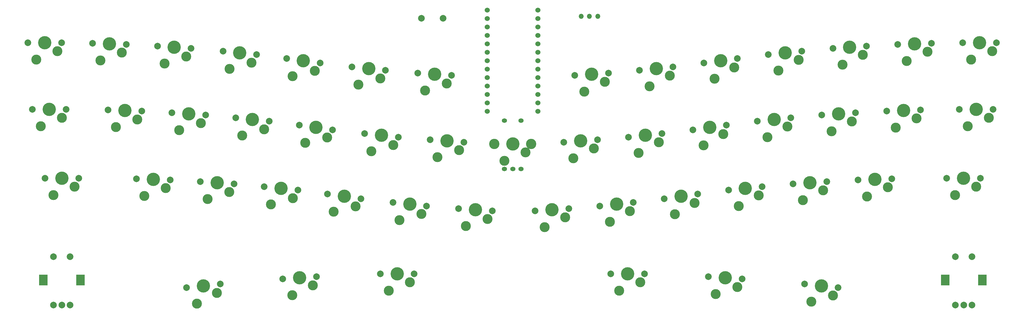
<source format=gbr>
G04 #@! TF.GenerationSoftware,KiCad,Pcbnew,(6.0.11-0)*
G04 #@! TF.CreationDate,2023-08-21T21:01:56+09:00*
G04 #@! TF.ProjectId,SYMMETRIA,53594d4d-4554-4524-9941-2e6b69636164,rev?*
G04 #@! TF.SameCoordinates,Original*
G04 #@! TF.FileFunction,Soldermask,Top*
G04 #@! TF.FilePolarity,Negative*
%FSLAX46Y46*%
G04 Gerber Fmt 4.6, Leading zero omitted, Abs format (unit mm)*
G04 Created by KiCad (PCBNEW (6.0.11-0)) date 2023-08-21 21:01:56*
%MOMM*%
%LPD*%
G01*
G04 APERTURE LIST*
%ADD10C,2.000000*%
%ADD11C,3.000000*%
%ADD12C,4.000000*%
%ADD13C,1.524000*%
%ADD14R,2.500000X3.200000*%
%ADD15O,1.600000X1.300000*%
%ADD16C,3.100000*%
%ADD17O,1.500000X1.500000*%
G04 APERTURE END LIST*
D10*
X126878229Y-55908995D03*
D11*
X135454026Y-59364339D03*
X128873310Y-61226669D03*
D12*
X131930400Y-56440000D03*
D10*
X136982571Y-56971005D03*
D12*
X230699600Y-54064000D03*
D10*
X225669038Y-54770999D03*
D11*
X234826021Y-56049031D03*
D10*
X235730162Y-53357001D03*
D11*
X228891318Y-59448061D03*
D13*
X163793600Y-21240700D03*
X163793600Y-23780700D03*
X163793600Y-26320700D03*
X163793600Y-28860700D03*
X163793600Y-31400700D03*
X163793600Y-33940700D03*
X163793600Y-36480700D03*
X163793600Y-39020700D03*
X163793600Y-41560700D03*
X163793600Y-44100700D03*
X163793600Y-46640700D03*
X163793600Y-49180700D03*
X179013600Y-49180700D03*
X179013600Y-46640700D03*
X179013600Y-44100700D03*
X179013600Y-41560700D03*
X179013600Y-39020700D03*
X179013600Y-36480700D03*
X179013600Y-33940700D03*
X179013600Y-31400700D03*
X179013600Y-28860700D03*
X179013600Y-26320700D03*
X179013600Y-23780700D03*
X179013600Y-21240700D03*
X179013600Y-18700700D03*
X163793600Y-18700700D03*
D11*
X34350000Y-31090000D03*
D12*
X30540000Y-28550000D03*
D11*
X28000000Y-33630000D03*
D10*
X35620000Y-28550000D03*
X25460000Y-28550000D03*
D12*
X211315400Y-56440000D03*
D10*
X216367571Y-55908995D03*
D11*
X215370031Y-58567832D03*
D10*
X206263229Y-56971005D03*
D11*
X209320319Y-61757674D03*
D10*
X40798800Y-69360000D03*
D12*
X35718800Y-69360000D03*
D11*
X33178800Y-74440000D03*
D10*
X30638800Y-69360000D03*
D11*
X39528800Y-71900000D03*
X105186920Y-38662062D03*
D12*
X108409200Y-33985000D03*
D10*
X113439762Y-34691999D03*
D11*
X111828622Y-37030530D03*
D10*
X103378638Y-33278001D03*
D12*
X272849100Y-29907000D03*
D10*
X267781475Y-30261363D03*
D11*
X276827000Y-32175041D03*
D10*
X277916725Y-29552637D03*
D11*
X270669650Y-35151807D03*
D10*
X200237825Y-37702637D03*
D12*
X195170200Y-38057000D03*
D11*
X199148100Y-40325041D03*
X192990750Y-43301807D03*
D10*
X190102575Y-38411363D03*
X33218800Y-107512500D03*
X38218800Y-107512500D03*
X35718800Y-107512500D03*
D14*
X30118800Y-100012500D03*
X41318800Y-100012500D03*
D10*
X38218800Y-93012500D03*
X33218800Y-93012500D03*
X240437625Y-99674363D03*
D12*
X235370000Y-99320000D03*
D11*
X232481824Y-104210444D03*
X238993538Y-102119585D03*
D10*
X230302375Y-98965637D03*
X306863800Y-28550000D03*
X317023800Y-28550000D03*
D12*
X311943800Y-28550000D03*
D11*
X315753800Y-31090000D03*
X309403800Y-33630000D03*
X314760000Y-51165000D03*
D10*
X316030000Y-48625000D03*
X305870000Y-48625000D03*
D11*
X308410000Y-53705000D03*
D12*
X310950000Y-48625000D03*
D11*
X248088419Y-57003674D03*
D12*
X250083500Y-51686000D03*
D10*
X245031329Y-52217005D03*
D11*
X254138131Y-53813832D03*
D10*
X255135671Y-51154995D03*
D11*
X77546238Y-52784585D03*
D10*
X78990325Y-50339363D03*
D12*
X73922700Y-49985000D03*
D11*
X71034524Y-54875444D03*
D10*
X68855075Y-49630637D03*
D12*
X292351700Y-28890000D03*
D10*
X287274795Y-29067289D03*
D11*
X296248024Y-31295486D03*
X289990537Y-34055550D03*
D10*
X297428605Y-28712711D03*
D12*
X89284400Y-31605000D03*
D10*
X94336571Y-32136005D03*
D11*
X86227310Y-36391669D03*
X92808026Y-34529339D03*
D10*
X84232229Y-31073995D03*
X125768662Y-75506999D03*
D11*
X117515820Y-79477062D03*
X124157522Y-77845530D03*
D10*
X115707538Y-74093001D03*
D12*
X120738100Y-74800000D03*
D10*
X123024129Y-35828995D03*
X133128471Y-36891005D03*
D12*
X128076300Y-36360000D03*
D11*
X125019210Y-41146669D03*
X131599926Y-39284339D03*
D12*
X206021200Y-98130000D03*
D11*
X209831200Y-100670000D03*
X203481200Y-103210000D03*
D10*
X211101200Y-98130000D03*
X200941200Y-98130000D03*
X246493271Y-71888995D03*
D11*
X239446019Y-77737674D03*
D10*
X236388929Y-72951005D03*
D12*
X241441100Y-72420000D03*
D11*
X245495731Y-74547832D03*
D10*
X186792475Y-58489363D03*
X196927725Y-57780637D03*
D11*
X189680650Y-63379807D03*
D12*
X191860100Y-58135000D03*
D11*
X195838000Y-60403041D03*
X206727731Y-79305832D03*
X200678019Y-82495674D03*
D12*
X202673100Y-77178000D03*
D10*
X207725271Y-76646995D03*
X197620929Y-77709005D03*
D12*
X82479500Y-70720000D03*
D10*
X77411875Y-70365637D03*
X87547125Y-71074363D03*
D11*
X79591324Y-75610444D03*
X86103038Y-73519585D03*
X105219026Y-75344339D03*
D10*
X96643229Y-71888995D03*
D12*
X101695400Y-72420000D03*
D10*
X106747571Y-72951005D03*
D11*
X98638310Y-77206669D03*
X286680937Y-54130550D03*
D12*
X289042100Y-48965000D03*
D11*
X292938424Y-51370486D03*
D10*
X294119005Y-48787711D03*
X283965195Y-49142289D03*
D11*
X175260000Y-61579900D03*
D12*
X171450000Y-59039900D03*
D11*
X168910000Y-64119900D03*
D15*
X168950000Y-66539900D03*
X173950000Y-66539900D03*
X171450000Y-66539900D03*
D16*
X165900000Y-59039900D03*
X177000000Y-59039900D03*
D15*
X168950000Y-52039900D03*
X173950000Y-52039900D03*
D11*
X310880000Y-71900000D03*
D12*
X307070000Y-69360000D03*
D10*
X301990000Y-69360000D03*
D11*
X304530000Y-74440000D03*
D10*
X312150000Y-69360000D03*
D12*
X253393600Y-31605000D03*
D10*
X248341429Y-32136005D03*
D11*
X251398519Y-36922674D03*
D10*
X258445771Y-31073995D03*
D11*
X257448231Y-33732832D03*
X212630519Y-41677674D03*
X218680231Y-38487832D03*
D10*
X209573429Y-36891005D03*
X219677771Y-35828995D03*
D12*
X214625600Y-36360000D03*
D11*
X52003058Y-53953261D03*
D12*
X54718800Y-48965000D03*
D11*
X58437834Y-51636420D03*
D10*
X59795705Y-49142289D03*
X49641895Y-48787711D03*
X58189195Y-69522711D03*
D12*
X63266100Y-69700000D03*
D10*
X68343005Y-69877289D03*
D11*
X60550358Y-74688261D03*
X66985134Y-72371420D03*
D10*
X156709125Y-58489363D03*
X146573875Y-57780637D03*
D11*
X148753324Y-63025444D03*
D12*
X151641500Y-58135000D03*
D11*
X155265038Y-60934585D03*
X105117550Y-104564807D03*
X111274900Y-101588041D03*
D10*
X112364625Y-98965637D03*
X102229375Y-99674363D03*
D12*
X107297000Y-99320000D03*
D10*
X98149671Y-52217005D03*
D11*
X90040410Y-56472669D03*
D12*
X93097500Y-51686000D03*
D11*
X96621126Y-54610339D03*
D10*
X88045329Y-51154995D03*
X217026538Y-75506999D03*
D11*
X226183521Y-76785031D03*
D10*
X227087662Y-74093001D03*
D11*
X220248818Y-80184061D03*
D12*
X222057100Y-74800000D03*
D10*
X304681300Y-107512500D03*
X309681300Y-107512500D03*
X307181300Y-107512500D03*
D14*
X312781300Y-100012500D03*
X301581300Y-100012500D03*
D10*
X309681300Y-93012500D03*
X304681300Y-93012500D03*
D11*
X267843426Y-104694339D03*
D10*
X259267629Y-101238995D03*
D12*
X264319800Y-101770000D03*
D11*
X261262710Y-106556669D03*
D10*
X269371971Y-102301005D03*
X285476505Y-69522711D03*
D11*
X284295924Y-72105486D03*
D12*
X280399600Y-69700000D03*
D11*
X278038437Y-74865550D03*
D10*
X275322695Y-69877289D03*
X135385729Y-76646995D03*
D12*
X140437900Y-77178000D03*
D11*
X143961526Y-80102339D03*
D10*
X145490071Y-77709005D03*
D11*
X137380810Y-81964669D03*
X163806738Y-81674585D03*
D12*
X160183200Y-78875000D03*
D11*
X157295024Y-83765444D03*
D10*
X165250825Y-79229363D03*
X155115575Y-78520637D03*
D11*
X258717150Y-75964807D03*
D12*
X260896600Y-70720000D03*
D10*
X255828975Y-71074363D03*
D11*
X264874500Y-72988041D03*
D10*
X265964225Y-70365637D03*
D12*
X31956300Y-48625000D03*
D11*
X35766300Y-51165000D03*
X29416300Y-53705000D03*
D10*
X37036300Y-48625000D03*
X26876300Y-48625000D03*
D17*
X194529100Y-20640400D03*
X197029100Y-20640400D03*
X192029100Y-20640400D03*
D10*
X83399371Y-101238995D03*
D11*
X76352119Y-107087674D03*
D12*
X78347200Y-101770000D03*
D10*
X73295029Y-102301005D03*
D11*
X82401831Y-103897832D03*
D10*
X107176038Y-53357001D03*
D11*
X115626022Y-57109530D03*
X108984320Y-58741062D03*
D12*
X112206600Y-54064000D03*
D10*
X117237162Y-54770999D03*
D11*
X273516900Y-52253041D03*
D10*
X264471375Y-50339363D03*
D12*
X269539000Y-49985000D03*
D11*
X267359550Y-55229807D03*
D10*
X274606625Y-49630637D03*
X141725800Y-98130000D03*
X131565800Y-98130000D03*
D11*
X134105800Y-103210000D03*
D12*
X136645800Y-98130000D03*
D11*
X140455800Y-100670000D03*
X73193138Y-32706585D03*
D12*
X69569600Y-29907000D03*
D11*
X66681424Y-34797444D03*
D10*
X64501975Y-29552637D03*
X74637225Y-30261363D03*
X239040162Y-33278001D03*
D11*
X238136021Y-35970031D03*
D10*
X228979038Y-34691999D03*
D11*
X232201318Y-39369061D03*
D12*
X234009600Y-33985000D03*
D11*
X47350858Y-33878261D03*
D12*
X50066600Y-28890000D03*
D10*
X55143505Y-29067289D03*
D11*
X53785634Y-31561420D03*
D10*
X44989695Y-28712711D03*
X150476000Y-21200200D03*
X143976000Y-21200200D03*
D11*
X187195600Y-81143041D03*
D10*
X178150075Y-79229363D03*
X188285325Y-78520637D03*
D12*
X183217700Y-78875000D03*
D11*
X181038250Y-84119807D03*
D12*
X147907500Y-38057000D03*
D10*
X142839875Y-37702637D03*
X152975125Y-38411363D03*
D11*
X145019324Y-42947444D03*
X151531038Y-40856585D03*
M02*

</source>
